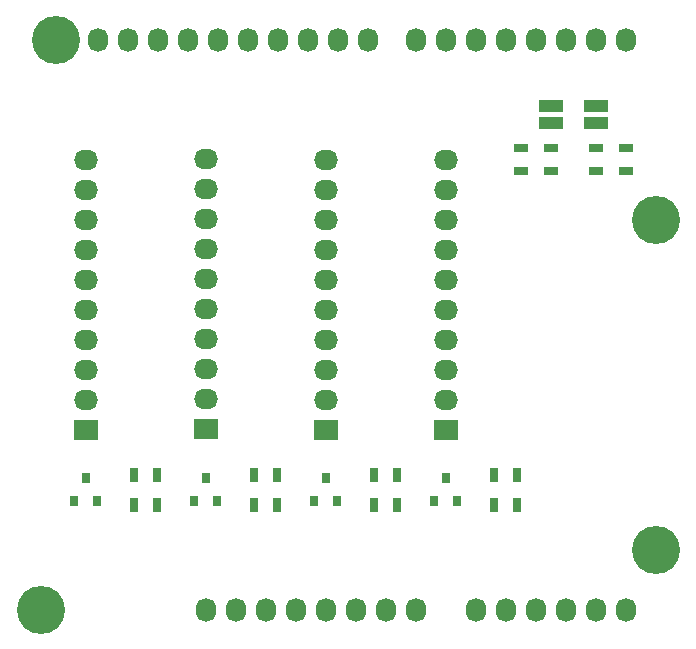
<source format=gbr>
G04 #@! TF.FileFunction,Soldermask,Top*
%FSLAX46Y46*%
G04 Gerber Fmt 4.6, Leading zero omitted, Abs format (unit mm)*
G04 Created by KiCad (PCBNEW 4.0.6-e0-6349~53~ubuntu16.04.1) date Thu Jul 27 14:37:32 2017*
%MOMM*%
%LPD*%
G01*
G04 APERTURE LIST*
%ADD10C,0.100000*%
%ADD11O,1.727200X2.032000*%
%ADD12C,4.064000*%
%ADD13R,2.000000X1.000000*%
%ADD14R,2.032000X1.727200*%
%ADD15O,2.032000X1.727200*%
%ADD16R,0.800000X0.900000*%
%ADD17R,0.700000X1.300000*%
%ADD18R,1.300000X0.700000*%
G04 APERTURE END LIST*
D10*
D11*
X138938000Y-123825000D03*
X141478000Y-123825000D03*
X144018000Y-123825000D03*
X146558000Y-123825000D03*
X149098000Y-123825000D03*
X151638000Y-123825000D03*
X154178000Y-123825000D03*
X156718000Y-123825000D03*
X161798000Y-123825000D03*
X164338000Y-123825000D03*
X166878000Y-123825000D03*
X169418000Y-123825000D03*
X171958000Y-123825000D03*
X174498000Y-123825000D03*
X129794000Y-75565000D03*
X132334000Y-75565000D03*
X134874000Y-75565000D03*
X137414000Y-75565000D03*
X139954000Y-75565000D03*
X142494000Y-75565000D03*
X145034000Y-75565000D03*
X147574000Y-75565000D03*
X150114000Y-75565000D03*
X152654000Y-75565000D03*
X156718000Y-75565000D03*
X159258000Y-75565000D03*
X161798000Y-75565000D03*
X164338000Y-75565000D03*
X166878000Y-75565000D03*
X169418000Y-75565000D03*
X171958000Y-75565000D03*
X174498000Y-75565000D03*
D12*
X124968000Y-123825000D03*
X177038000Y-118745000D03*
X126238000Y-75565000D03*
X177038000Y-90805000D03*
D13*
X171958000Y-81215000D03*
X171958000Y-82615000D03*
X168148000Y-81215000D03*
X168148000Y-82615000D03*
D14*
X128778000Y-108585000D03*
D15*
X128778000Y-106045000D03*
X128778000Y-103505000D03*
X128778000Y-100965000D03*
X128778000Y-98425000D03*
X128778000Y-95885000D03*
X128778000Y-93345000D03*
X128778000Y-90805000D03*
X128778000Y-88265000D03*
X128778000Y-85725000D03*
D14*
X138938000Y-108525000D03*
D15*
X138938000Y-105985000D03*
X138938000Y-103445000D03*
X138938000Y-100905000D03*
X138938000Y-98365000D03*
X138938000Y-95825000D03*
X138938000Y-93285000D03*
X138938000Y-90745000D03*
X138938000Y-88205000D03*
X138938000Y-85665000D03*
D14*
X149098000Y-108585000D03*
D15*
X149098000Y-106045000D03*
X149098000Y-103505000D03*
X149098000Y-100965000D03*
X149098000Y-98425000D03*
X149098000Y-95885000D03*
X149098000Y-93345000D03*
X149098000Y-90805000D03*
X149098000Y-88265000D03*
X149098000Y-85725000D03*
D14*
X159258000Y-108585000D03*
D15*
X159258000Y-106045000D03*
X159258000Y-103505000D03*
X159258000Y-100965000D03*
X159258000Y-98425000D03*
X159258000Y-95885000D03*
X159258000Y-93345000D03*
X159258000Y-90805000D03*
X159258000Y-88265000D03*
X159258000Y-85725000D03*
D16*
X127828000Y-114665000D03*
X129728000Y-114665000D03*
X128778000Y-112665000D03*
X137988000Y-114665000D03*
X139888000Y-114665000D03*
X138938000Y-112665000D03*
X148148000Y-114665000D03*
X150048000Y-114665000D03*
X149098000Y-112665000D03*
X158308000Y-114665000D03*
X160208000Y-114665000D03*
X159258000Y-112665000D03*
D17*
X132908000Y-112395000D03*
X134808000Y-112395000D03*
X143068000Y-112395000D03*
X144968000Y-112395000D03*
X132908000Y-114935000D03*
X134808000Y-114935000D03*
X143068000Y-114935000D03*
X144968000Y-114935000D03*
X153228000Y-112395000D03*
X155128000Y-112395000D03*
X163388000Y-112395000D03*
X165288000Y-112395000D03*
X153228000Y-114935000D03*
X155128000Y-114935000D03*
X163388000Y-114935000D03*
X165288000Y-114935000D03*
D18*
X174498000Y-86675000D03*
X174498000Y-84775000D03*
X165608000Y-84775000D03*
X165608000Y-86675000D03*
X171958000Y-84775000D03*
X171958000Y-86675000D03*
X168148000Y-84775000D03*
X168148000Y-86675000D03*
M02*

</source>
